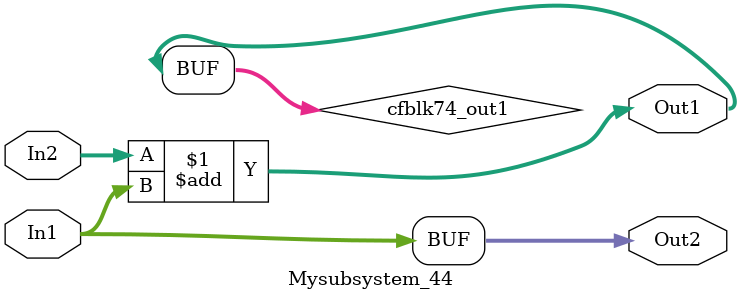
<source format=v>



`timescale 1 ns / 1 ns

module Mysubsystem_44
          (In1,
           In2,
           Out1,
           Out2);


  input   [7:0] In1;  // uint8
  input   [7:0] In2;  // uint8
  output  [7:0] Out1;  // uint8
  output  [7:0] Out2;  // uint8


  wire [7:0] cfblk74_out1;  // uint8


  assign cfblk74_out1 = In2 + In1;



  assign Out1 = cfblk74_out1;

  assign Out2 = In1;

endmodule  // Mysubsystem_44


</source>
